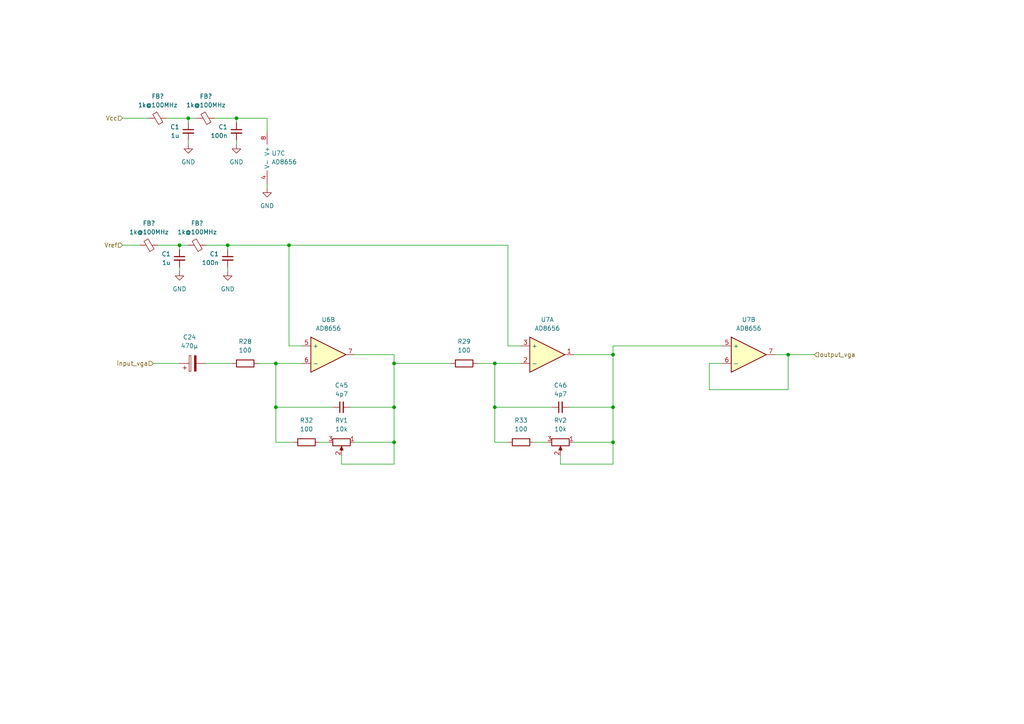
<source format=kicad_sch>
(kicad_sch (version 20230121) (generator eeschema)
  (paper "A4")
  (lib_symbols
    (symbol "Device:C_Polarized" (pin_numbers hide) (pin_names (offset 0.254))
      (property "Reference" "C" (at 0.635 2.54 0))
      (property "Value" "C_Polarized" (at 0.635 -2.54 0))
      (symbol "C_Polarized_0_1"
        (rectangle (start -2.286 0.508) (end 2.286 1.016))
        (polyline (pts (xy -1.778 2.286) (xy -0.762 2.286)))
        (polyline (pts (xy -1.27 2.794) (xy -1.27 1.778)))
        (rectangle (start 2.286 -0.508) (end -2.286 -1.016) (fill (type outline)))
      )
      (symbol "C_Polarized_1_1"
        (pin passive line (at 0 3.81 270) (length 2.794) (name "~") (number "1"))
        (pin passive line (at 0 -3.81 90) (length 2.794) (name "~") (number "2"))
      )
    )
    (symbol "Device:C_Small" (pin_numbers hide) (pin_names (offset 0.254) hide)
      (property "Reference" "C" (at 0.254 1.778 0))
      (property "Value" "C_Small" (at 0.254 -2.032 0))
      (symbol "C_Small_0_1"
        (polyline (pts (xy -1.524 -0.508) (xy 1.524 -0.508)) (stroke (width 0.3302)))
        (polyline (pts (xy -1.524 0.508) (xy 1.524 0.508)) (stroke (width 0.3048)))
      )
      (symbol "C_Small_1_1"
        (pin passive line (at 0 2.54 270) (length 2.032) (name "~") (number "1"))
        (pin passive line (at 0 -2.54 90) (length 2.032) (name "~") (number "2"))
      )
    )
    (symbol "Device:FerriteBead_Small" (pin_numbers hide) (pin_names (offset 0))
      (property "Reference" "FB" (at 1.905 1.27 0))
      (property "Value" "FerriteBead_Small" (at 1.905 -1.27 0))
      (symbol "FerriteBead_Small_0_1"
        (polyline (pts (xy 0 -1.27) (xy 0 -0.7874)))
        (polyline (pts (xy 0 0.889) (xy 0 1.2954)))
        (polyline (pts (xy -1.8288 0.2794) (xy -1.1176 1.4986) (xy 1.8288 -0.2032) (xy 1.1176 -1.4224) (xy -1.8288 0.2794)))
      )
      (symbol "FerriteBead_Small_1_1"
        (pin passive line (at 0 2.54 270) (length 1.27) (name "~") (number "1"))
        (pin passive line (at 0 -2.54 90) (length 1.27) (name "~") (number "2"))
      )
    )
    (symbol "Device:Opamp_Dual"
      (property "Reference" "U" (at 0 5.08 0))
      (property "Value" "Opamp_Dual" (at 0 -5.08 0))
      (symbol "Opamp_Dual_1_1"
        (polyline (pts (xy -5.08 5.08) (xy 5.08 0) (xy -5.08 -5.08) (xy -5.08 5.08)) (stroke (width 0.254)) (fill (type background)))
        (pin output line (at 7.62 0 180) (length 2.54) (name "~") (number "1"))
        (pin input line (at -7.62 -2.54 0) (length 2.54) (name "-") (number "2"))
        (pin input line (at -7.62 2.54 0) (length 2.54) (name "+") (number "3"))
      )
      (symbol "Opamp_Dual_2_1"
        (polyline (pts (xy -5.08 5.08) (xy 5.08 0) (xy -5.08 -5.08) (xy -5.08 5.08)) (stroke (width 0.254)) (fill (type background)))
        (pin input line (at -7.62 2.54 0) (length 2.54) (name "+") (number "5"))
        (pin input line (at -7.62 -2.54 0) (length 2.54) (name "-") (number "6"))
        (pin output line (at 7.62 0 180) (length 2.54) (name "~") (number "7"))
      )
      (symbol "Opamp_Dual_3_1"
        (pin power_in line (at -2.54 -7.62 90) (length 3.81) (name "V-") (number "4"))
        (pin power_in line (at -2.54 7.62 270) (length 3.81) (name "V+") (number "8"))
      )
    )
    (symbol "Device:R" (pin_numbers hide) (pin_names (offset 0))
      (property "Reference" "R" (at 2.032 0 90))
      (property "Value" "R" (at 0 0 90))
      (symbol "R_0_1"
        (rectangle (start -1.016 -2.54) (end 1.016 2.54) (stroke (width 0.254)))
      )
      (symbol "R_1_1"
        (pin passive line (at 0 3.81 270) (length 1.27) (name "~") (number "1"))
        (pin passive line (at 0 -3.81 90) (length 1.27) (name "~") (number "2"))
      )
    )
    (symbol "Device:R_Potentiometer" (pin_names (offset 1.016) hide)
      (property "Reference" "RV" (at -4.445 0 90))
      (property "Value" "R_Potentiometer" (at -2.54 0 90))
      (symbol "R_Potentiometer_0_1"
        (polyline (pts (xy 2.54 0) (xy 1.524 0)))
        (polyline (pts (xy 1.143 0) (xy 2.286 0.508) (xy 2.286 -0.508) (xy 1.143 0)) (fill (type outline)))
        (rectangle (start 1.016 2.54) (end -1.016 -2.54) (stroke (width 0.254)))
      )
      (symbol "R_Potentiometer_1_1"
        (pin passive line (at 0 3.81 270) (length 1.27) (name "1") (number "1"))
        (pin passive line (at 3.81 0 180) (length 1.27) (name "2") (number "2"))
        (pin passive line (at 0 -3.81 90) (length 1.27) (name "3") (number "3"))
      )
    )
    (symbol "power:GND" (power) (pin_names (offset 0))
      (property "Value" "GND" (at 0 -3.81 0))
      (symbol "GND_0_1"
        (polyline (pts (xy 0 0) (xy 0 -1.27) (xy 1.27 -1.27) (xy 0 -2.54) (xy -1.27 -1.27) (xy 0 -1.27)))
      )
      (symbol "GND_1_1"
        (pin power_in line (at 0 0 270) (length 0) hide (name "GND") (number "1"))
      )
    )
  )
  (junction (at 54.61 34.29))
  (junction (at 68.58 34.29))
  (junction (at 143.51 118.11))
  (junction (at 80.01 118.11))
  (junction (at 66.04 71.12))
  (junction (at 80.01 105.41))
  (junction (at 52.07 71.12))
  (junction (at 143.51 105.41))
  (junction (at 114.3 105.41))
  (junction (at 177.8 118.11))
  (junction (at 177.8 128.27))
  (junction (at 83.82 71.12))
  (junction (at 177.8 102.87))
  (junction (at 228.6 102.87))
  (junction (at 114.3 118.11))
  (junction (at 114.3 128.27))
  (wire (pts (xy 80.01 118.11) (xy 80.01 128.27)))
  (wire (pts (xy 143.51 118.11) (xy 143.51 128.27)))
  (wire (pts (xy 166.37 102.87) (xy 177.8 102.87)))
  (wire (pts (xy 224.79 102.87) (xy 228.6 102.87)))
  (wire (pts (xy 77.47 53.34) (xy 77.47 54.61)))
  (wire (pts (xy 114.3 134.62) (xy 114.3 128.27)))
  (wire (pts (xy 165.1 118.11) (xy 177.8 118.11)))
  (wire (pts (xy 162.56 132.08) (xy 162.56 134.62)))
  (wire (pts (xy 228.6 113.03) (xy 228.6 102.87)))
  (wire (pts (xy 143.51 105.41) (xy 151.13 105.41)))
  (wire (pts (xy 177.8 100.33) (xy 209.55 100.33)))
  (wire (pts (xy 205.74 113.03) (xy 228.6 113.03)))
  (wire (pts (xy 143.51 118.11) (xy 160.02 118.11)))
  (wire (pts (xy 66.04 77.47) (xy 66.04 78.74)))
  (wire (pts (xy 102.87 128.27) (xy 114.3 128.27)))
  (wire (pts (xy 99.06 134.62) (xy 114.3 134.62)))
  (wire (pts (xy 35.56 71.12) (xy 40.64 71.12)))
  (wire (pts (xy 80.01 105.41) (xy 87.63 105.41)))
  (wire (pts (xy 114.3 102.87) (xy 114.3 105.41)))
  (wire (pts (xy 68.58 34.29) (xy 62.23 34.29)))
  (wire (pts (xy 114.3 105.41) (xy 114.3 118.11)))
  (wire (pts (xy 66.04 72.39) (xy 66.04 71.12)))
  (wire (pts (xy 138.43 105.41) (xy 143.51 105.41)))
  (wire (pts (xy 177.8 118.11) (xy 177.8 128.27)))
  (wire (pts (xy 59.69 105.41) (xy 67.31 105.41)))
  (wire (pts (xy 162.56 134.62) (xy 177.8 134.62)))
  (wire (pts (xy 52.07 71.12) (xy 54.61 71.12)))
  (wire (pts (xy 114.3 105.41) (xy 130.81 105.41)))
  (wire (pts (xy 102.87 102.87) (xy 114.3 102.87)))
  (wire (pts (xy 54.61 40.64) (xy 54.61 41.91)))
  (wire (pts (xy 77.47 38.1) (xy 77.47 34.29)))
  (wire (pts (xy 74.93 105.41) (xy 80.01 105.41)))
  (wire (pts (xy 66.04 71.12) (xy 83.82 71.12)))
  (wire (pts (xy 205.74 105.41) (xy 205.74 113.03)))
  (wire (pts (xy 87.63 100.33) (xy 83.82 100.33)))
  (wire (pts (xy 52.07 72.39) (xy 52.07 71.12)))
  (wire (pts (xy 147.32 128.27) (xy 143.51 128.27)))
  (wire (pts (xy 77.47 34.29) (xy 68.58 34.29)))
  (wire (pts (xy 83.82 100.33) (xy 83.82 71.12)))
  (wire (pts (xy 43.18 34.29) (xy 35.56 34.29)))
  (wire (pts (xy 114.3 118.11) (xy 114.3 128.27)))
  (wire (pts (xy 166.37 128.27) (xy 177.8 128.27)))
  (wire (pts (xy 68.58 40.64) (xy 68.58 41.91)))
  (wire (pts (xy 85.09 128.27) (xy 80.01 128.27)))
  (wire (pts (xy 177.8 102.87) (xy 177.8 118.11)))
  (wire (pts (xy 59.69 71.12) (xy 66.04 71.12)))
  (wire (pts (xy 147.32 100.33) (xy 147.32 71.12)))
  (wire (pts (xy 80.01 118.11) (xy 96.52 118.11)))
  (wire (pts (xy 54.61 34.29) (xy 48.26 34.29)))
  (wire (pts (xy 99.06 132.08) (xy 99.06 134.62)))
  (wire (pts (xy 54.61 35.56) (xy 54.61 34.29)))
  (wire (pts (xy 209.55 105.41) (xy 205.74 105.41)))
  (wire (pts (xy 83.82 71.12) (xy 147.32 71.12)))
  (wire (pts (xy 68.58 35.56) (xy 68.58 34.29)))
  (wire (pts (xy 177.8 134.62) (xy 177.8 128.27)))
  (wire (pts (xy 101.6 118.11) (xy 114.3 118.11)))
  (wire (pts (xy 52.07 77.47) (xy 52.07 78.74)))
  (wire (pts (xy 52.07 71.12) (xy 45.72 71.12)))
  (wire (pts (xy 228.6 102.87) (xy 236.22 102.87)))
  (wire (pts (xy 177.8 102.87) (xy 177.8 100.33)))
  (wire (pts (xy 44.45 105.41) (xy 52.07 105.41)))
  (wire (pts (xy 95.25 128.27) (xy 92.71 128.27)))
  (wire (pts (xy 143.51 105.41) (xy 143.51 118.11)))
  (wire (pts (xy 80.01 105.41) (xy 80.01 118.11)))
  (wire (pts (xy 54.61 34.29) (xy 57.15 34.29)))
  (wire (pts (xy 158.75 128.27) (xy 154.94 128.27)))
  (wire (pts (xy 151.13 100.33) (xy 147.32 100.33)))
  (hierarchical_label "Vcc" (shape input) (at 35.56 34.29 180))
  (hierarchical_label "input_vga" (shape input) (at 44.45 105.41 180))
  (hierarchical_label "Vref" (shape input) (at 35.56 71.12 180))
  (hierarchical_label "output_vga" (shape input) (at 236.22 102.87 0))
  (symbol (lib_id "Device:R") (at 71.12 105.41 90) (unit 1)
    (property "Reference" "R28" (at 71.12 99.06 90))
    (property "Value" "100" (at 71.12 101.6 90))
    (property "Footprint" "Resistor_SMD:R_1206_3216Metric_Pad1.30x1.75mm_HandSolder" (effects hide))
    (property "Manufacture #" "CR1206-FX-1000ELF" (effects hide))
  )
  (symbol (lib_id "power:GND") (at 54.61 41.91 0) (unit 1)
    (property "Reference" "#PWR020" (effects hide))
    (property "Value" "GND" (at 54.61 46.99 0))
    (instances (project "Radar_Amp_v2" (path "" (reference "#PWR020") (unit 1)) (path "" (reference "#PWR026") (unit 1))))
  )
  (symbol (lib_id "Device:R") (at 134.62 105.41 90) (unit 1)
    (property "Reference" "R29" (at 134.62 99.06 90))
    (property "Value" "100" (at 134.62 101.6 90))
    (property "Footprint" "Resistor_SMD:R_1206_3216Metric_Pad1.30x1.75mm_HandSolder" (effects hide))
    (property "Manufacture #" "CR1206-FX-1000ELF" (effects hide))
  )
  (symbol (lib_id "Device:Opamp_Dual") (at 95.25 102.87 0) (unit 2)
    (property "Reference" "U6" (at 95.25 92.71 0))
    (property "Value" "AD8656" (at 95.25 95.25 0))
    (property "Footprint" "Package_SO:SOIC-8_3.9x4.9mm_P1.27mm" (effects hide))
    (property "Manufacture #" "AD8656ARZ" (effects hide))
  )
  (symbol (lib_id "Device:C_Small") (at 99.06 118.11 90) (unit 1)
    (property "Reference" "C45" (at 99.0663 111.76 90))
    (property "Value" "4p7" (at 99.0663 114.3 90))
    (property "Footprint" "Capacitor_SMD:C_1206_3216Metric_Pad1.33x1.80mm_HandSolder" (effects hide))
    (property "Manufacture #" "C1206C479C2GACTU" (effects hide))
  )
  (symbol (lib_id "Device:Opamp_Dual") (at 80.01 45.72 0) (unit 3)
    (property "Reference" "U7" (at 78.74 44.45 0) (effects (justify left)))
    (property "Value" "AD8656" (at 78.74 46.99 0) (effects (justify left)))
    (property "Footprint" "Package_SO:SOIC-8_3.9x4.9mm_P1.27mm" (effects hide))
    (property "Manufacture #" "AD8656ARZ" (effects hide))
  )
  (symbol (lib_id "power:GND") (at 68.58 41.91 0) (unit 1)
    (property "Reference" "#PWR021" (effects hide))
    (property "Value" "GND" (at 68.58 46.99 0))
    (instances (project "Radar_Amp_v2" (path "" (reference "#PWR021") (unit 1)) (path "" (reference "#PWR027") (unit 1))))
  )
  (symbol (lib_id "Device:Opamp_Dual") (at 158.75 102.87 0) (unit 1)
    (property "Reference" "U7" (at 158.75 92.71 0))
    (property "Value" "AD8656" (at 158.75 95.25 0))
    (property "Footprint" "Package_SO:SOIC-8_3.9x4.9mm_P1.27mm" (effects hide))
    (property "Manufacture #" "AD8656ARZ" (effects hide))
  )
  (symbol (lib_id "Device:C_Small") (at 68.58 38.1 0) (mirror y) (unit 1)
    (property "Reference" "C1" (at 66.04 36.83 0) (effects (justify left)))
    (property "Value" "100n" (at 66.04 39.37 0) (effects (justify left)))
    (property "Footprint" "Capacitor_SMD:C_1206_3216Metric_Pad1.33x1.80mm_HandSolder" (effects hide))
    (property "Manufacture #" "C1206C104M5RACTU" (effects hide))
    (instances (project "Radar_Amp_v2" (path "" (reference "C1") (unit 1)) (path "" (reference "C25") (unit 1)) (path "" (reference "C29") (unit 1)) (path "" (reference "C41") (unit 1))))
  )
  (symbol (lib_id "Device:Opamp_Dual") (at 217.17 102.87 0) (unit 2)
    (property "Reference" "U7" (at 217.17 92.71 0))
    (property "Value" "AD8656" (at 217.17 95.25 0))
    (property "Footprint" "Package_SO:SOIC-8_3.9x4.9mm_P1.27mm" (effects hide))
    (property "Manufacture #" "AD8656ARZ" (effects hide))
  )
  (symbol (lib_id "Device:R_Potentiometer") (at 99.06 128.27 270) (unit 1)
    (property "Reference" "RV1" (at 99.06 121.92 90))
    (property "Value" "10k" (at 99.06 124.46 90))
    (property "Footprint" "Potentiometer_SMD:Potentiometer_Bourns_TC33X_Vertical" (effects hide))
    (property "Manufacture #" "TC33X-2-103E" (effects hide))
  )
  (symbol (lib_id "Device:C_Small") (at 54.61 38.1 0) (mirror y) (unit 1)
    (property "Reference" "C1" (at 52.07 36.83 0) (effects (justify left)))
    (property "Value" "1u" (at 52.07 39.37 0) (effects (justify left)))
    (property "Footprint" "Capacitor_SMD:C_1206_3216Metric_Pad1.33x1.80mm_HandSolder" (effects hide))
    (property "Manufacture #" "C1206C104M5RACTU" (effects hide))
    (instances (project "Radar_Amp_v2" (path "" (reference "C1") (unit 1)) (path "" (reference "C25") (unit 1)) (path "" (reference "C28") (unit 1)) (path "" (reference "C40") (unit 1))))
  )
  (symbol (lib_id "power:GND") (at 66.04 78.74 0) (unit 1)
    (property "Reference" "#PWR018" (effects hide))
    (property "Value" "GND" (at 66.04 83.82 0))
    (instances (project "Radar_Amp_v2" (path "" (reference "#PWR018") (unit 1)) (path "" (reference "#PWR030") (unit 1))))
  )
  (symbol (lib_id "Device:FerriteBead_Small") (at 45.72 34.29 270) (mirror x) (unit 1)
    (property "Reference" "FB?" (at 45.7581 27.94 90))
    (property "Value" "1k@100MHz" (at 45.7581 30.48 90))
    (property "Footprint" "Inductor_SMD:L_1206_3216Metric_Pad1.22x1.90mm_HandSolder" (effects hide))
    (property "Manufacture #" "BLM31KN102SN1L" (effects hide))
    (instances (project "Radar_Amp_v2" (path "" (reference "FB?") (unit 1)) (path "" (reference "FB11") (unit 1)) (path "" (reference "FB14") (unit 1)) (path "" (reference "FB18") (unit 1))))
  )
  (symbol (lib_id "Device:FerriteBead_Small") (at 59.69 34.29 270) (mirror x) (unit 1)
    (property "Reference" "FB?" (at 59.7281 27.94 90))
    (property "Value" "1k@100MHz" (at 59.7281 30.48 90))
    (property "Footprint" "Inductor_SMD:L_1206_3216Metric_Pad1.22x1.90mm_HandSolder" (effects hide))
    (property "Manufacture #" "BLM31KN102SN1L" (effects hide))
    (instances (project "Radar_Amp_v2" (path "" (reference "FB?") (unit 1)) (path "" (reference "FB11") (unit 1)) (path "" (reference "FB15") (unit 1)) (path "" (reference "FB19") (unit 1))))
  )
  (symbol (lib_id "Device:R") (at 88.9 128.27 90) (unit 1)
    (property "Reference" "R32" (at 88.9 121.92 90))
    (property "Value" "100" (at 88.9 124.46 90))
    (property "Footprint" "Resistor_SMD:R_1206_3216Metric_Pad1.30x1.75mm_HandSolder" (effects hide))
    (property "Manufacture #" "CR1206-FX-1000ELF" (effects hide))
  )
  (symbol (lib_id "Device:R") (at 151.13 128.27 90) (unit 1)
    (property "Reference" "R33" (at 151.13 121.92 90))
    (property "Value" "100" (at 151.13 124.46 90))
    (property "Footprint" "Resistor_SMD:R_1206_3216Metric_Pad1.30x1.75mm_HandSolder" (effects hide))
    (property "Manufacture #" "CR1206-FX-1000ELF" (effects hide))
  )
  (symbol (lib_id "power:GND") (at 77.47 54.61 0) (unit 1)
    (property "Reference" "#PWR022" (effects hide))
    (property "Value" "GND" (at 77.47 59.69 0))
    (instances (project "Radar_Amp_v2" (path "" (reference "#PWR022") (unit 1)) (path "" (reference "#PWR028") (unit 1))))
  )
  (symbol (lib_id "Device:FerriteBead_Small") (at 43.18 71.12 270) (mirror x) (unit 1)
    (property "Reference" "FB?" (at 43.2181 64.77 90))
    (property "Value" "1k@100MHz" (at 43.2181 67.31 90))
    (property "Footprint" "Inductor_SMD:L_1206_3216Metric_Pad1.22x1.90mm_HandSolder" (effects hide))
    (property "Manufacture #" "BLM31KN102SN1L" (effects hide))
    (instances (project "Radar_Amp_v2" (path "" (reference "FB?") (unit 1)) (path "" (reference "FB11") (unit 1)) (path "" (reference "FB13") (unit 1)) (path "" (reference "FB20") (unit 1))))
  )
  (symbol (lib_id "Device:C_Small") (at 52.07 74.93 0) (mirror y) (unit 1)
    (property "Reference" "C1" (at 49.53 73.66 0) (effects (justify left)))
    (property "Value" "1u" (at 49.53 76.2 0) (effects (justify left)))
    (property "Footprint" "Capacitor_SMD:C_1206_3216Metric_Pad1.33x1.80mm_HandSolder" (effects hide))
    (property "Manufacture #" "C1206C104M5RACTU" (effects hide))
    (instances (project "Radar_Amp_v2" (path "" (reference "C1") (unit 1)) (path "" (reference "C25") (unit 1)) (path "" (reference "C27") (unit 1)) (path "" (reference "C43") (unit 1))))
  )
  (symbol (lib_id "power:GND") (at 52.07 78.74 0) (unit 1)
    (property "Reference" "#PWR019" (effects hide))
    (property "Value" "GND" (at 52.07 83.82 0))
    (instances (project "Radar_Amp_v2" (path "" (reference "#PWR019") (unit 1)) (path "" (reference "#PWR029") (unit 1))))
  )
  (symbol (lib_id "Device:C_Small") (at 66.04 74.93 0) (mirror y) (unit 1)
    (property "Reference" "C1" (at 63.5 73.66 0) (effects (justify left)))
    (property "Value" "100n" (at 63.5 76.2 0) (effects (justify left)))
    (property "Footprint" "Capacitor_SMD:C_1206_3216Metric_Pad1.33x1.80mm_HandSolder" (effects hide))
    (property "Manufacture #" "C1206C104M5RACTU" (effects hide))
    (instances (project "Radar_Amp_v2" (path "" (reference "C1") (unit 1)) (path "" (reference "C25") (unit 1)) (path "" (reference "C26") (unit 1)) (path "" (reference "C44") (unit 1))))
  )
  (symbol (lib_id "Device:C_Small") (at 162.56 118.11 90) (unit 1)
    (property "Reference" "C46" (at 162.5663 111.76 90))
    (property "Value" "4p7" (at 162.5663 114.3 90))
    (property "Footprint" "Capacitor_SMD:C_1206_3216Metric_Pad1.33x1.80mm_HandSolder" (effects hide))
    (property "Manufacture #" "C1206C479C2GACTU" (effects hide))
  )
  (symbol (lib_id "Device:R_Potentiometer") (at 162.56 128.27 270) (unit 1)
    (property "Reference" "RV2" (at 162.56 121.92 90))
    (property "Value" "10k" (at 162.56 124.46 90))
    (property "Footprint" "Potentiometer_SMD:Potentiometer_Bourns_TC33X_Vertical" (effects hide))
    (property "Manufacture #" "TC33X-2-103E" (effects hide))
  )
  (symbol (lib_id "Device:FerriteBead_Small") (at 57.15 71.12 270) (mirror x) (unit 1)
    (property "Reference" "FB?" (at 57.1881 64.77 90))
    (property "Value" "1k@100MHz" (at 57.1881 67.31 90))
    (property "Footprint" "Inductor_SMD:L_1206_3216Metric_Pad1.22x1.90mm_HandSolder" (effects hide))
    (property "Manufacture #" "BLM31KN102SN1L" (effects hide))
    (instances (project "Radar_Amp_v2" (path "" (reference "FB?") (unit 1)) (path "" (reference "FB11") (unit 1)) (path "" (reference "FB12") (unit 1)) (path "" (reference "FB21") (unit 1))))
  )
  (symbol (lib_id "Device:C_Polarized") (at 55.88 105.41 90) (unit 1)
    (property "Reference" "C24" (at 54.991 97.79 90))
    (property "Value" "470µ" (at 54.991 100.33 90))
    (property "Footprint" "Capacitor_SMD:CP_Elec_8x10" (effects hide))
    (property "Manufacture #" "865080353015" (effects hide))
    (instances (project "Radar_Amp_v2" (path "" (reference "C24") (unit 1)) (path "" (reference "C42") (unit 1))))
  )
)
</source>
